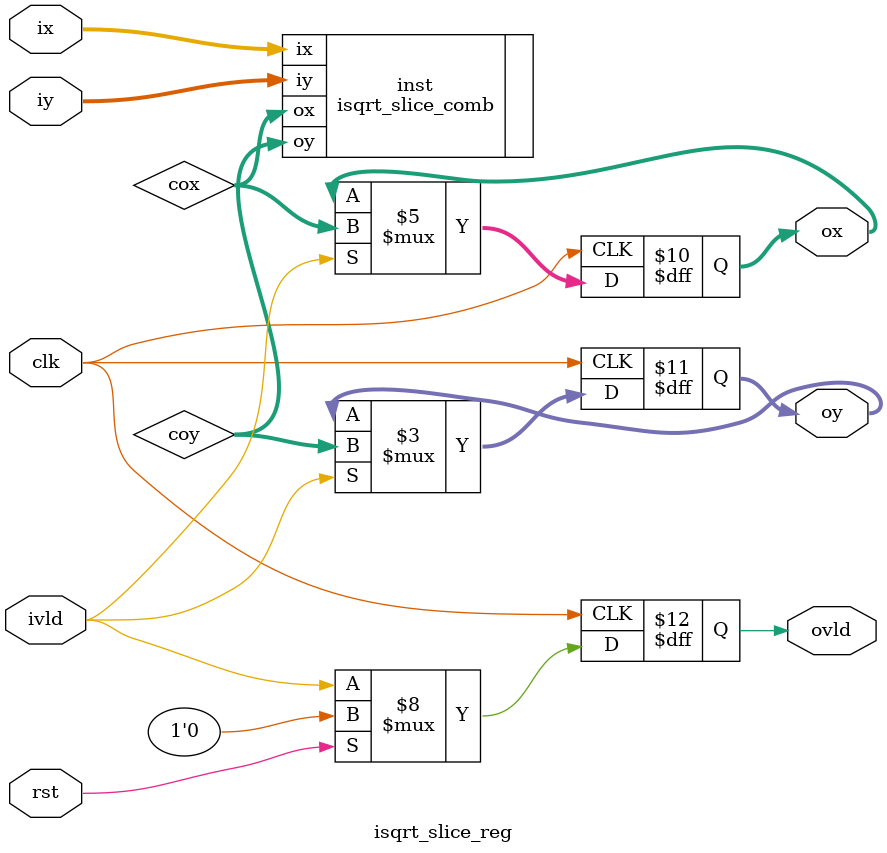
<source format=sv>
module isqrt_slice_reg
# (
    parameter [31:0] m = 32'h4000_0000
)
(
    input               clk,
    input               rst,

    input               ivld,
    input        [31:0] ix,
    input        [31:0] iy,

    output logic        ovld,
    output logic [31:0] ox,
    output logic [31:0] oy
);

    wire [31:0] cox, coy;

    isqrt_slice_comb # (.m (m)) inst
    (
        .ix ( ix  ),
        .iy ( iy  ),
        .ox ( cox ),
        .oy ( coy )
    );

    always_ff @ (posedge clk)
        if (rst)
            ovld <= 1'b0;
        else
            ovld <= ivld;

    always_ff @ (posedge clk)
        if (ivld)
        begin
            ox <= cox;
            oy <= coy;
        end

endmodule

</source>
